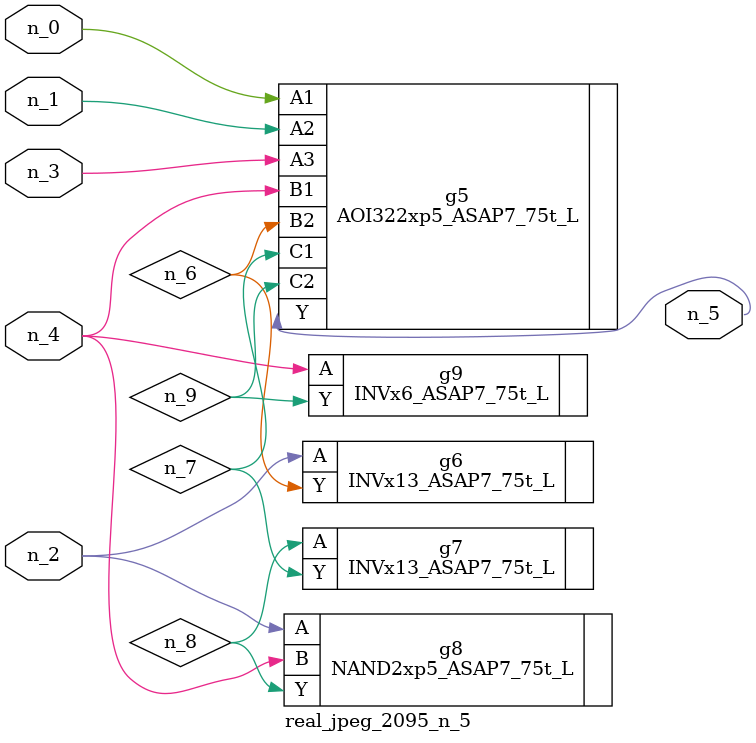
<source format=v>
module real_jpeg_2095_n_5 (n_4, n_0, n_1, n_2, n_3, n_5);

input n_4;
input n_0;
input n_1;
input n_2;
input n_3;

output n_5;

wire n_8;
wire n_6;
wire n_7;
wire n_9;

AOI322xp5_ASAP7_75t_L g5 ( 
.A1(n_0),
.A2(n_1),
.A3(n_3),
.B1(n_4),
.B2(n_6),
.C1(n_7),
.C2(n_9),
.Y(n_5)
);

INVx13_ASAP7_75t_L g6 ( 
.A(n_2),
.Y(n_6)
);

NAND2xp5_ASAP7_75t_L g8 ( 
.A(n_2),
.B(n_4),
.Y(n_8)
);

INVx6_ASAP7_75t_L g9 ( 
.A(n_4),
.Y(n_9)
);

INVx13_ASAP7_75t_L g7 ( 
.A(n_8),
.Y(n_7)
);


endmodule
</source>
